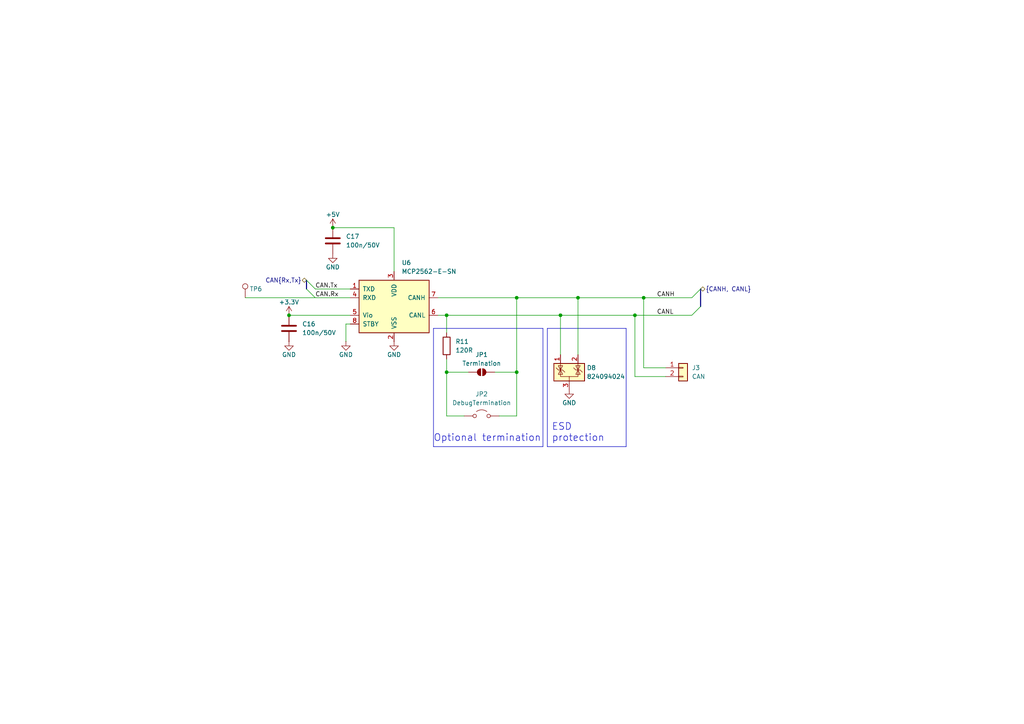
<source format=kicad_sch>
(kicad_sch (version 20250114) (generator "eeschema") (generator_version "9.0")
  (paper "A4")
  (title_block (title "NAUTILUS Bms Test Board"))
  (lib_symbols
    (symbol "Connector:TestPoint" (pin_numbers (hide yes)) (pin_names (offset 0.762) (hide yes))
      (property "Reference" "TP" (at 0 6.858 0))
      (property "Value" "TestPoint" (at 0 5.08 0))
      (symbol "TestPoint_0_1"
        (circle (center 0 3.302) (radius 0.762))
      )
      (symbol "TestPoint_1_1"
        (pin passive line (at 0 0 90) (length 2.54) (name "1") (number "1"))
      )
    )
    (symbol "Connector_Generic:Conn_01x02" (pin_names (offset 1.016) (hide yes))
      (property "Reference" "J" (at 0 2.54 0))
      (property "Value" "Conn_01x02" (at 0 -5.08 0))
      (symbol "Conn_01x02_1_1"
        (rectangle (start -1.27 1.27) (end 1.27 -3.81) (stroke (width 0.254)) (fill (type background)))
        (rectangle (start -1.27 0.127) (end 0 -0.127) (stroke (width 0.1524)))
        (rectangle (start -1.27 -2.413) (end 0 -2.667) (stroke (width 0.1524)))
        (pin passive line (at -5.08 0 0) (length 3.81) (name "Pin_1") (number "1"))
        (pin passive line (at -5.08 -2.54 0) (length 3.81) (name "Pin_2") (number "2"))
      )
    )
    (symbol "Interface_CAN_LIN:MCP2562-E-SN" (pin_names (offset 1.016))
      (property "Reference" "U" (at -10.16 8.89 0))
      (property "Value" "MCP2562-E-SN" (at 2.54 8.89 0))
      (symbol "MCP2562-E-SN_0_1"
        (rectangle (start -10.16 7.62) (end 10.16 -7.62) (stroke (width 0.254)) (fill (type background)))
      )
      (symbol "MCP2562-E-SN_1_1"
        (pin input line (at -12.7 5.08 0) (length 2.54) (name "TXD") (number "1"))
        (pin output line (at -12.7 2.54 0) (length 2.54) (name "RXD") (number "4"))
        (pin power_in line (at -12.7 -2.54 0) (length 2.54) (name "Vio") (number "5"))
        (pin input line (at -12.7 -5.08 0) (length 2.54) (name "STBY") (number "8"))
        (pin power_in line (at 0 10.16 270) (length 2.54) (name "VDD") (number "3"))
        (pin power_in line (at 0 -10.16 90) (length 2.54) (name "VSS") (number "2"))
        (pin bidirectional line (at 12.7 2.54 180) (length 2.54) (name "CANH") (number "7"))
        (pin bidirectional line (at 12.7 -2.54 180) (length 2.54) (name "CANL") (number "6"))
      )
    )
    (symbol "Jumper:Jumper_2_Open" (pin_numbers (hide yes)) (pin_names (offset 0) (hide yes)) (exclude_from_sim yes)
      (property "Reference" "JP" (at 0 2.794 0))
      (property "Value" "Jumper_2_Open" (at 0 -2.286 0))
      (symbol "Jumper_2_Open_0_0"
        (circle (center -2.032 0) (radius 0.508))
        (circle (center 2.032 0) (radius 0.508))
      )
      (symbol "Jumper_2_Open_0_1"
        (arc (start -1.524 1.27) (mid 0 1.778) (end 1.524 1.27))
      )
      (symbol "Jumper_2_Open_1_1"
        (pin passive line (at -5.08 0 0) (length 2.54) (name "A") (number "1"))
        (pin passive line (at 5.08 0 180) (length 2.54) (name "B") (number "2"))
      )
    )
    (symbol "Jumper:SolderJumper_2_Open" (pin_numbers (hide yes)) (pin_names (offset 0) (hide yes)) (exclude_from_sim yes) (in_bom no)
      (property "Reference" "JP" (at 0 2.032 0))
      (property "Value" "SolderJumper_2_Open" (at 0 -2.54 0))
      (symbol "SolderJumper_2_Open_0_1"
        (polyline (pts (xy -0.254 1.016) (xy -0.254 -1.016)))
        (arc (start -0.254 -1.016) (mid -1.2656 0) (end -0.254 1.016))
        (arc (start -0.254 -1.016) (mid -1.2656 0) (end -0.254 1.016) (fill (type outline)))
        (arc (start 0.254 1.016) (mid 1.2656 0) (end 0.254 -1.016))
        (arc (start 0.254 1.016) (mid 1.2656 0) (end 0.254 -1.016) (fill (type outline)))
        (polyline (pts (xy 0.254 1.016) (xy 0.254 -1.016)))
      )
      (symbol "SolderJumper_2_Open_1_1"
        (pin passive line (at -3.81 0 0) (length 2.54) (name "A") (number "1"))
        (pin passive line (at 3.81 0 180) (length 2.54) (name "B") (number "2"))
      )
    )
    (symbol "Power_Protection:NUP2105L" (pin_names (hide yes))
      (property "Reference" "D" (at 5.715 2.54 0))
      (property "Value" "NUP2105L" (at 5.715 0.635 0))
      (symbol "NUP2105L_0_0"
        (pin passive line (at 0 -5.08 90) (length 2.54) (name "A") (number "3"))
      )
      (symbol "NUP2105L_0_1"
        (rectangle (start -4.445 2.54) (end 4.445 -2.54) (stroke (width 0.254)) (fill (type background)))
        (polyline (pts (xy -3.81 1.27) (xy -3.175 0.635) (xy -1.905 0.635) (xy -1.27 0)))
        (polyline (pts (xy -2.54 2.54) (xy -2.54 0.635)))
        (polyline (pts (xy -2.54 0.635) (xy -2.54 -1.27) (xy 2.54 -1.27) (xy 2.54 0.635)))
        (polyline (pts (xy -2.54 0.635) (xy -1.905 -0.635) (xy -3.175 -0.635) (xy -2.54 0.635)))
        (polyline (pts (xy -2.54 0.635) (xy -3.175 1.905) (xy -1.905 1.905) (xy -2.54 0.635) (xy -2.54 1.27)))
        (polyline (pts (xy 0 -1.27) (xy 0 -2.54)))
        (polyline (pts (xy 1.27 1.27) (xy 1.905 0.635) (xy 2.54 0.635) (xy 3.175 0.635) (xy 3.81 0)))
        (polyline (pts (xy 2.54 2.54) (xy 2.54 0.635)))
        (polyline (pts (xy 2.54 0.635) (xy 1.905 -0.635) (xy 3.175 -0.635) (xy 2.54 0.635)))
        (polyline (pts (xy 2.54 0.635) (xy 3.175 1.905) (xy 1.905 1.905) (xy 2.54 0.635)))
      )
      (symbol "NUP2105L_1_1"
        (pin passive line (at -2.54 5.08 270) (length 2.54) (name "K") (number "1"))
        (pin passive line (at 2.54 5.08 270) (length 2.54) (name "K") (number "2"))
      )
    )
    (symbol "kicad-standard-lib:C_100n" (pin_numbers (hide yes)) (pin_names (offset 0.254))
      (property "Reference" "C" (at 1.27 2.54 0))
      (property "Value" "100n/50V" (at 1.27 -2.54 0))
      (symbol "C_100n_0_1"
        (polyline (pts (xy -2.032 0.762) (xy 2.032 0.762)) (stroke (width 0.508)))
        (polyline (pts (xy -2.032 -0.762) (xy 2.032 -0.762)) (stroke (width 0.508)))
      )
      (symbol "C_100n_1_1"
        (pin passive line (at 0 3.81 270) (length 2.794) (name "~") (number "1"))
        (pin passive line (at 0 -3.81 90) (length 2.794) (name "~") (number "2"))
      )
    )
    (symbol "kicad-standard-lib:R_120R" (pin_numbers (hide yes)) (pin_names (offset 0))
      (property "Reference" "R" (at 2.032 0 90))
      (property "Value" "120R" (at 0 0 90))
      (symbol "R_120R_0_1"
        (rectangle (start -1.016 2.54) (end 1.016 -2.54) (stroke (width 0.254)))
      )
      (symbol "R_120R_1_1"
        (pin passive line (at 0 3.81 270) (length 1.27) (name "~") (number "1"))
        (pin passive line (at 0 -3.81 90) (length 1.27) (name "~") (number "2"))
      )
    )
    (symbol "power:+3.3V" (power) (pin_numbers (hide yes)) (pin_names (offset 0) (hide yes))
      (property "Value" "+3.3V" (at 0 3.556 0))
      (symbol "+3.3V_0_1"
        (polyline (pts (xy -0.762 1.27) (xy 0 2.54)))
        (polyline (pts (xy 0 2.54) (xy 0.762 1.27)))
        (polyline (pts (xy 0 0) (xy 0 2.54)))
      )
      (symbol "+3.3V_1_1"
        (pin power_in line (at 0 0 90) (length 0) (name "~") (number "1"))
      )
    )
    (symbol "power:+5V" (power) (pin_numbers (hide yes)) (pin_names (offset 0) (hide yes))
      (property "Value" "+5V" (at 0 3.556 0))
      (symbol "+5V_0_1"
        (polyline (pts (xy -0.762 1.27) (xy 0 2.54)))
        (polyline (pts (xy 0 2.54) (xy 0.762 1.27)))
        (polyline (pts (xy 0 0) (xy 0 2.54)))
      )
      (symbol "+5V_1_1"
        (pin power_in line (at 0 0 90) (length 0) (name "~") (number "1"))
      )
    )
    (symbol "power:GND" (power) (pin_numbers (hide yes)) (pin_names (offset 0) (hide yes))
      (property "Value" "GND" (at 0 -3.81 0))
      (symbol "GND_0_1"
        (polyline (pts (xy 0 0) (xy 0 -1.27) (xy 1.27 -1.27) (xy 0 -2.54) (xy -1.27 -1.27) (xy 0 -1.27)))
      )
      (symbol "GND_1_1"
        (pin power_in line (at 0 0 270) (length 0) (name "~") (number "1"))
      )
    )
  )
  (text "ESD\nprotection" (at 160.02 128.27 0) (effects (font (size 2 2)) (justify left bottom)))
  (text "Optional termination" (at 125.73 128.27 0) (effects (font (size 2 2)) (justify left bottom)))
  (junction (at 162.56 91.44))
  (junction (at 186.69 86.36))
  (junction (at 129.54 91.44))
  (junction (at 129.54 107.95))
  (junction (at 167.64 86.36))
  (junction (at 149.86 86.36))
  (junction (at 83.82 91.44))
  (junction (at 149.86 107.95))
  (junction (at 96.52 66.04))
  (junction (at 184.15 91.44))
  (bus_entry (at 88.9 83.82) (size 2.54 2.54))
  (bus_entry (at 203.2 88.9) (size -2.54 2.54))
  (bus_entry (at 88.9 81.28) (size 2.54 2.54))
  (bus_entry (at 203.2 83.82) (size -2.54 2.54))
  (polyline (pts (xy 125.73 129.54) (xy 157.48 129.54)))
  (wire (pts (xy 149.86 86.36) (xy 149.86 107.95)))
  (wire (pts (xy 149.86 86.36) (xy 167.64 86.36)))
  (bus (pts (xy 203.2 83.82) (xy 203.2 88.9)))
  (polyline (pts (xy 158.75 95.25) (xy 181.61 95.25)))
  (polyline (pts (xy 181.61 95.25) (xy 181.61 129.54)))
  (wire (pts (xy 114.3 66.04) (xy 96.52 66.04)))
  (wire (pts (xy 167.64 86.36) (xy 167.64 102.87)))
  (wire (pts (xy 91.44 86.36) (xy 101.6 86.36)))
  (wire (pts (xy 129.54 104.14) (xy 129.54 107.95)))
  (wire (pts (xy 186.69 86.36) (xy 186.69 106.68)))
  (wire (pts (xy 184.15 91.44) (xy 184.15 109.22)))
  (wire (pts (xy 149.86 107.95) (xy 149.86 120.65)))
  (polyline (pts (xy 157.48 95.25) (xy 125.73 95.25)))
  (bus (pts (xy 88.9 81.28) (xy 88.9 83.82)))
  (wire (pts (xy 129.54 120.65) (xy 129.54 107.95)))
  (wire (pts (xy 100.33 93.98) (xy 100.33 99.06)))
  (wire (pts (xy 167.64 86.36) (xy 186.69 86.36)))
  (wire (pts (xy 129.54 91.44) (xy 162.56 91.44)))
  (wire (pts (xy 101.6 93.98) (xy 100.33 93.98)))
  (wire (pts (xy 193.04 106.68) (xy 186.69 106.68)))
  (wire (pts (xy 184.15 91.44) (xy 200.66 91.44)))
  (polyline (pts (xy 181.61 129.54) (xy 158.75 129.54)))
  (polyline (pts (xy 158.75 95.25) (xy 158.75 129.54)))
  (wire (pts (xy 143.51 107.95) (xy 149.86 107.95)))
  (wire (pts (xy 129.54 91.44) (xy 129.54 96.52)))
  (wire (pts (xy 114.3 78.74) (xy 114.3 66.04)))
  (wire (pts (xy 162.56 91.44) (xy 162.56 102.87)))
  (wire (pts (xy 184.15 109.22) (xy 193.04 109.22)))
  (wire (pts (xy 129.54 107.95) (xy 135.89 107.95)))
  (wire (pts (xy 186.69 86.36) (xy 200.66 86.36)))
  (wire (pts (xy 91.44 83.82) (xy 101.6 83.82)))
  (wire (pts (xy 149.86 120.65) (xy 144.78 120.65)))
  (wire (pts (xy 134.62 120.65) (xy 129.54 120.65)))
  (polyline (pts (xy 125.73 95.25) (xy 125.73 129.54)))
  (wire (pts (xy 101.6 91.44) (xy 83.82 91.44)))
  (wire (pts (xy 162.56 91.44) (xy 184.15 91.44)))
  (wire (pts (xy 127 91.44) (xy 129.54 91.44)))
  (wire (pts (xy 71.12 86.36) (xy 91.44 86.36)))
  (polyline (pts (xy 157.48 95.25) (xy 157.48 129.54)))
  (wire (pts (xy 127 86.36) (xy 149.86 86.36)))
  (label "CAN.Tx" (at 91.44 83.82 0))
  (label "CAN.Rx" (at 91.44 86.36 0))
  (label "CANH" (at 190.5 86.36 0))
  (label "CANL" (at 190.5 91.44 0))
  (hierarchical_label "{CANH, CANL}" (shape bidirectional) (at 203.2 83.82 0))
  (hierarchical_label "CAN{Rx,Tx}" (shape bidirectional) (at 88.9 81.28 180))
  (symbol (lib_id "power:+5V") (at 96.52 66.04 0) (unit 1)
    (property "Reference" "#PWR045" (effects (hide yes)))
    (property "Value" "+5V" (at 96.52 62.23 0))
    (property "Description" "Power symbol creates a global label with name \"+5V\"" (effects (hide yes)))
  )
  (symbol (lib_id "power:+3.3V") (at 83.82 91.44 0) (unit 1)
    (property "Reference" "#PWR043" (effects (hide yes)))
    (property "Value" "+3.3V" (at 83.82 87.63 0))
    (property "Description" "Power symbol creates a global label with name \"+3.3V\"" (effects (hide yes)))
  )
  (symbol (lib_id "power:GND") (at 100.33 99.06 0) (unit 1)
    (property "Reference" "#PWR047" (effects (hide yes)))
    (property "Value" "GND" (at 100.33 102.87 0))
    (property "Description" "Power symbol creates a global label with name \"GND\" , ground" (effects (hide yes)))
  )
  (symbol (lib_id "power:GND") (at 165.1 113.03 0) (unit 1)
    (property "Reference" "#PWR049" (effects (hide yes)))
    (property "Value" "GND" (at 165.1 116.84 0))
    (property "Description" "Power symbol creates a global label with name \"GND\" , ground" (effects (hide yes)))
  )
  (symbol (lib_id "power:GND") (at 83.82 99.06 0) (unit 1)
    (property "Reference" "#PWR044" (effects (hide yes)))
    (property "Value" "GND" (at 83.82 102.87 0))
    (property "Description" "Power symbol creates a global label with name \"GND\" , ground" (effects (hide yes)))
  )
  (symbol (lib_id "kicad-standard-lib:R_120R") (at 129.54 100.33 0) (unit 1)
    (property "Reference" "R11" (at 132.08 99.0599 0) (effects (justify left)))
    (property "Value" "120R" (at 132.08 101.5999 0) (effects (justify left)))
    (property "Footprint" "Resistor_SMD:R_0603_1608Metric" (effects (hide yes)))
    (property "Datasheet" "https://www.vishay.com/docs/28773/crcwce3.pdf" (effects (hide yes)))
    (property "Description" "120 Ohm 1% 100mW Thick Film Resistor" (effects (hide yes)))
    (property "Part No." "CRCW0603120RFKEAC" (effects (hide yes)))
  )
  (symbol (lib_id "Interface_CAN_LIN:MCP2562-E-SN") (at 114.3 88.9 0) (unit 1)
    (property "Reference" "U6" (at 116.4941 76.2 0) (effects (justify left)))
    (property "Value" "MCP2562-E-SN" (at 116.4941 78.74 0) (effects (justify left)))
    (property "Footprint" "Package_SO:SOIC-8_3.9x4.9mm_P1.27mm" (effects (hide yes)))
    (property "Datasheet" "http://ww1.microchip.com/downloads/en/DeviceDoc/25167A.pdf" (effects (hide yes)))
    (property "Description" "High-Speed CAN Transceiver, 1Mbps, 5V supply, Vio pin, -40C to +125C, SOIC-8" (effects (hide yes)))
    (property "Part No." "MCP2562FD-x-SN" (effects (hide yes)))
  )
  (symbol (lib_id "power:GND") (at 96.52 73.66 0) (unit 1)
    (property "Reference" "#PWR046" (effects (hide yes)))
    (property "Value" "GND" (at 96.52 77.47 0))
    (property "Description" "Power symbol creates a global label with name \"GND\" , ground" (effects (hide yes)))
  )
  (symbol (lib_id "Jumper:Jumper_2_Open") (at 139.7 120.65 0) (unit 1)
    (property "Reference" "JP2" (at 139.7 114.3 0))
    (property "Value" "DebugTermination" (at 139.7 116.84 0))
    (property "Footprint" "Connector_PinHeader_2.54mm:PinHeader_1x02_P2.54mm_Vertical" (effects (hide yes)))
    (property "Description" "Jumper, 2-pole, open" (effects (hide yes)))
    (property "Part No." "61300211121" (effects (hide yes)))
  )
  (symbol (lib_id "Connector:TestPoint") (at 71.12 86.36 0) (unit 1)
    (property "Reference" "TP6" (at 72.39 83.82 0) (effects (justify left)))
    (property "Value" "TestPoint" (effects (hide yes)))
    (property "Footprint" "TestPoint:TestPoint_THTPad_D2.0mm_Drill1.0mm" (effects (hide yes)))
    (property "Description" "test point" (effects (hide yes)))
  )
  (symbol (lib_id "kicad-standard-lib:C_100n") (at 96.52 69.85 0) (unit 1)
    (property "Reference" "C17" (at 100.33 68.5799 0) (effects (justify left)))
    (property "Value" "100n/50V" (at 100.33 71.1199 0) (effects (justify left)))
    (property "Footprint" "Capacitor_SMD:C_0603_1608Metric" (effects (hide yes)))
    (property "Datasheet" "https://www.we-online.com/components/products/datasheet/885012206095.pdf" (effects (hide yes)))
    (property "Description" "100nF 50V X7R MLCC" (effects (hide yes)))
    (property "Part No." "885012206095" (effects (hide yes)))
  )
  (symbol (lib_id "Power_Protection:NUP2105L") (at 165.1 107.95 0) (unit 1)
    (property "Reference" "D8" (at 170.18 106.68 0) (effects (justify left)))
    (property "Value" "824094024" (at 170.18 109.22 0) (effects (justify left)))
    (property "Footprint" "Package_TO_SOT_SMD:SOT-23" (effects (hide yes)))
    (property "Datasheet" "https://www.we-online.com/components/products/datasheet/824094024.pdf" (effects (hide yes)))
    (property "Description" "Dual Line CAN Bus Protector, 24Vrwm" (effects (hide yes)))
    (property "Part No." "824094024" (effects (hide yes)))
  )
  (symbol (lib_id "Jumper:SolderJumper_2_Open") (at 139.7 107.95 0) (unit 1)
    (property "Reference" "JP1" (at 139.7 102.87 0))
    (property "Value" "Termination" (at 139.7 105.41 0))
    (property "Footprint" "Jumper:SolderJumper-2_P1.3mm_Open_TrianglePad1.0x1.5mm" (effects (hide yes)))
    (property "Description" "Solder Jumper, 2-pole, open" (effects (hide yes)))
    (property "Part No." "-" (effects (hide yes)))
  )
  (symbol (lib_id "power:GND") (at 114.3 99.06 0) (unit 1)
    (property "Reference" "#PWR048" (effects (hide yes)))
    (property "Value" "GND" (at 114.3 102.87 0))
    (property "Description" "Power symbol creates a global label with name \"GND\" , ground" (effects (hide yes)))
  )
  (symbol (lib_id "Connector_Generic:Conn_01x02") (at 198.12 106.68 0) (unit 1)
    (property "Reference" "J3" (at 200.66 106.6799 0) (effects (justify left)))
    (property "Value" "CAN" (at 200.66 109.2199 0) (effects (justify left)))
    (property "Footprint" "Connector_PinHeader_2.54mm:PinHeader_2x01_P2.54mm_Vertical" (effects (hide yes)))
    (property "Description" "Generic connector, single row, 01x02, script generated (kicad-library-utils/schlib/autogen/connector/)" (effects (hide yes)))
    (property "Part No." "61300211121" (effects (hide yes)))
  )
  (symbol (lib_id "kicad-standard-lib:C_100n") (at 83.82 95.25 0) (unit 1)
    (property "Reference" "C16" (at 87.63 93.9799 0) (effects (justify left)))
    (property "Value" "100n/50V" (at 87.63 96.5199 0) (effects (justify left)))
    (property "Footprint" "Capacitor_SMD:C_0603_1608Metric" (effects (hide yes)))
    (property "Datasheet" "https://www.we-online.com/components/products/datasheet/885012206095.pdf" (effects (hide yes)))
    (property "Description" "100nF 50V X7R MLCC" (effects (hide yes)))
    (property "Part No." "885012206095" (effects (hide yes)))
  )
)
</source>
